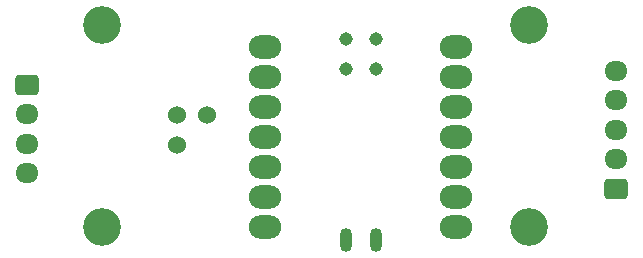
<source format=gbr>
%TF.GenerationSoftware,KiCad,Pcbnew,(6.0.7)*%
%TF.CreationDate,2023-03-01T00:53:14+09:00*%
%TF.ProjectId,joystick,6a6f7973-7469-4636-9b2e-6b696361645f,rev?*%
%TF.SameCoordinates,Original*%
%TF.FileFunction,Soldermask,Top*%
%TF.FilePolarity,Negative*%
%FSLAX46Y46*%
G04 Gerber Fmt 4.6, Leading zero omitted, Abs format (unit mm)*
G04 Created by KiCad (PCBNEW (6.0.7)) date 2023-03-01 00:53:14*
%MOMM*%
%LPD*%
G01*
G04 APERTURE LIST*
G04 Aperture macros list*
%AMRoundRect*
0 Rectangle with rounded corners*
0 $1 Rounding radius*
0 $2 $3 $4 $5 $6 $7 $8 $9 X,Y pos of 4 corners*
0 Add a 4 corners polygon primitive as box body*
4,1,4,$2,$3,$4,$5,$6,$7,$8,$9,$2,$3,0*
0 Add four circle primitives for the rounded corners*
1,1,$1+$1,$2,$3*
1,1,$1+$1,$4,$5*
1,1,$1+$1,$6,$7*
1,1,$1+$1,$8,$9*
0 Add four rect primitives between the rounded corners*
20,1,$1+$1,$2,$3,$4,$5,0*
20,1,$1+$1,$4,$5,$6,$7,0*
20,1,$1+$1,$6,$7,$8,$9,0*
20,1,$1+$1,$8,$9,$2,$3,0*%
G04 Aperture macros list end*
%ADD10C,3.200000*%
%ADD11C,1.524000*%
%ADD12O,1.950000X1.700000*%
%ADD13RoundRect,0.250000X0.725000X-0.600000X0.725000X0.600000X-0.725000X0.600000X-0.725000X-0.600000X0*%
%ADD14O,2.748280X1.998980*%
%ADD15O,1.016000X2.032000*%
%ADD16C,1.143000*%
%ADD17RoundRect,0.250000X-0.725000X0.600000X-0.725000X-0.600000X0.725000X-0.600000X0.725000X0.600000X0*%
G04 APERTURE END LIST*
D10*
%TO.C,REF4*%
X144145000Y-104140000D03*
%TD*%
%TO.C,REF3*%
X144145000Y-86995000D03*
%TD*%
%TO.C,REF1*%
X107950000Y-86995000D03*
%TD*%
%TO.C,REF2*%
X107950000Y-104140000D03*
%TD*%
D11*
%TO.C,OFFSET1*%
X116840000Y-94615000D03*
X114300000Y-94615000D03*
X114300000Y-97155000D03*
%TD*%
D12*
%TO.C,J1*%
X151490000Y-90885000D03*
X151490000Y-93385000D03*
X151490000Y-95885000D03*
X151490000Y-98385000D03*
D13*
X151490000Y-100885000D03*
%TD*%
D14*
%TO.C,U1*%
X121758720Y-88885480D03*
X121758720Y-91425480D03*
X121758720Y-93965480D03*
X121758720Y-96505480D03*
X121758720Y-99045480D03*
X121758720Y-101585480D03*
X121758720Y-104125480D03*
X137923280Y-104125480D03*
X137923280Y-101585480D03*
X137923280Y-99045480D03*
X137923280Y-96505480D03*
X137923280Y-93965480D03*
X137923280Y-91425480D03*
X137923280Y-88885480D03*
D15*
X128625600Y-105203300D03*
X131175600Y-105203300D03*
D16*
X128624403Y-88199113D03*
X131164403Y-88199113D03*
X128624403Y-90739113D03*
X131164403Y-90739113D03*
%TD*%
D17*
%TO.C,J2*%
X101600000Y-92075000D03*
D12*
X101600000Y-94575000D03*
X101600000Y-97075000D03*
X101600000Y-99575000D03*
%TD*%
M02*

</source>
